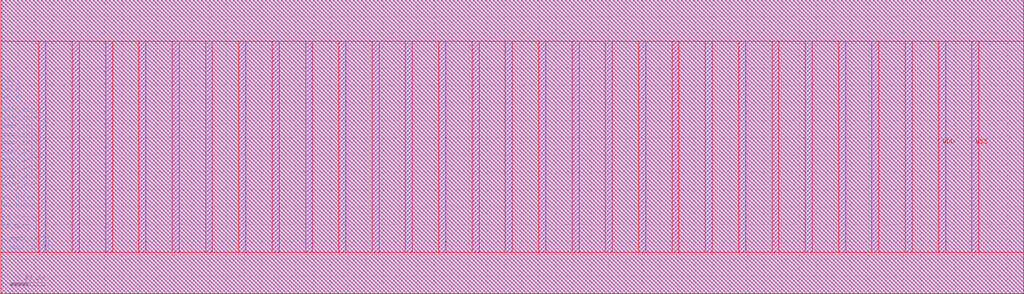
<source format=lef>
VERSION 5.7 ;
BUSBITCHARS "[]" ;
MACRO fakeram130_2x576
  FOREIGN fakeram130_2x576 0 0 ;
  SYMMETRY X Y R90 ;
  SIZE 589.570 BY 169.400 ;
  CLASS BLOCK ;
  PIN w_mask_in[0]
    DIRECTION INPUT ;
    USE SIGNAL ;
    SHAPE ABUTMENT ;
    PORT
      LAYER met3 ;
      RECT 0.000 23.500 1.000 24.500 ;
    END
  END w_mask_in[0]
  PIN w_mask_in[1]
    DIRECTION INPUT ;
    USE SIGNAL ;
    SHAPE ABUTMENT ;
    PORT
      LAYER met3 ;
      RECT 0.000 28.300 1.000 29.300 ;
    END
  END w_mask_in[1]
  PIN rd_out[0]
    DIRECTION OUTPUT ;
    USE SIGNAL ;
    SHAPE ABUTMENT ;
    PORT
      LAYER met3 ;
      RECT 0.000 35.500 1.000 36.500 ;
    END
  END rd_out[0]
  PIN rd_out[1]
    DIRECTION OUTPUT ;
    USE SIGNAL ;
    SHAPE ABUTMENT ;
    PORT
      LAYER met3 ;
      RECT 0.000 40.300 1.000 41.300 ;
    END
  END rd_out[1]
  PIN wd_in[0]
    DIRECTION INPUT ;
    USE SIGNAL ;
    SHAPE ABUTMENT ;
    PORT
      LAYER met3 ;
      RECT 0.000 47.500 1.000 48.500 ;
    END
  END wd_in[0]
  PIN wd_in[1]
    DIRECTION INPUT ;
    USE SIGNAL ;
    SHAPE ABUTMENT ;
    PORT
      LAYER met3 ;
      RECT 0.000 52.300 1.000 53.300 ;
    END
  END wd_in[1]
  PIN addr_in[0]
    DIRECTION INPUT ;
    USE SIGNAL ;
    SHAPE ABUTMENT ;
    PORT
      LAYER met3 ;
      RECT 0.000 59.500 1.000 60.500 ;
    END
  END addr_in[0]
  PIN addr_in[1]
    DIRECTION INPUT ;
    USE SIGNAL ;
    SHAPE ABUTMENT ;
    PORT
      LAYER met3 ;
      RECT 0.000 64.300 1.000 65.300 ;
    END
  END addr_in[1]
  PIN addr_in[2]
    DIRECTION INPUT ;
    USE SIGNAL ;
    SHAPE ABUTMENT ;
    PORT
      LAYER met3 ;
      RECT 0.000 69.100 1.000 70.100 ;
    END
  END addr_in[2]
  PIN addr_in[3]
    DIRECTION INPUT ;
    USE SIGNAL ;
    SHAPE ABUTMENT ;
    PORT
      LAYER met3 ;
      RECT 0.000 73.900 1.000 74.900 ;
    END
  END addr_in[3]
  PIN addr_in[4]
    DIRECTION INPUT ;
    USE SIGNAL ;
    SHAPE ABUTMENT ;
    PORT
      LAYER met3 ;
      RECT 0.000 78.700 1.000 79.700 ;
    END
  END addr_in[4]
  PIN addr_in[5]
    DIRECTION INPUT ;
    USE SIGNAL ;
    SHAPE ABUTMENT ;
    PORT
      LAYER met3 ;
      RECT 0.000 83.500 1.000 84.500 ;
    END
  END addr_in[5]
  PIN addr_in[6]
    DIRECTION INPUT ;
    USE SIGNAL ;
    SHAPE ABUTMENT ;
    PORT
      LAYER met3 ;
      RECT 0.000 88.300 1.000 89.300 ;
    END
  END addr_in[6]
  PIN addr_in[7]
    DIRECTION INPUT ;
    USE SIGNAL ;
    SHAPE ABUTMENT ;
    PORT
      LAYER met3 ;
      RECT 0.000 93.100 1.000 94.100 ;
    END
  END addr_in[7]
  PIN addr_in[8]
    DIRECTION INPUT ;
    USE SIGNAL ;
    SHAPE ABUTMENT ;
    PORT
      LAYER met3 ;
      RECT 0.000 97.900 1.000 98.900 ;
    END
  END addr_in[8]
  PIN addr_in[9]
    DIRECTION INPUT ;
    USE SIGNAL ;
    SHAPE ABUTMENT ;
    PORT
      LAYER met3 ;
      RECT 0.000 102.700 1.000 103.700 ;
    END
  END addr_in[9]
  PIN we_in
    DIRECTION INPUT ;
    USE SIGNAL ;
    SHAPE ABUTMENT ;
    PORT
      LAYER met3 ;
      RECT 0.000 109.900 1.000 110.900 ;
    END
  END we_in
  PIN ce_in
    DIRECTION INPUT ;
    USE SIGNAL ;
    SHAPE ABUTMENT ;
    PORT
      LAYER met3 ;
      RECT 0.000 114.700 1.000 115.700 ;
    END
  END ce_in
  PIN clk
    DIRECTION INPUT ;
    USE SIGNAL ;
    SHAPE ABUTMENT ;
    PORT
      LAYER met3 ;
      RECT 0.000 119.500 1.000 120.500 ;
    END
  END clk
  PIN VSS
    DIRECTION INOUT ;
    USE GROUND ;
    PORT
      LAYER met4 ;
      RECT 22.000 24.000 26.000 145.400 ;
      RECT 60.400 24.000 64.400 145.400 ;
      RECT 98.800 24.000 102.800 145.400 ;
      RECT 137.200 24.000 141.200 145.400 ;
      RECT 175.600 24.000 179.600 145.400 ;
      RECT 214.000 24.000 218.000 145.400 ;
      RECT 252.400 24.000 256.400 145.400 ;
      RECT 290.800 24.000 294.800 145.400 ;
      RECT 329.200 24.000 333.200 145.400 ;
      RECT 367.600 24.000 371.600 145.400 ;
      RECT 406.000 24.000 410.000 145.400 ;
      RECT 444.400 24.000 448.400 145.400 ;
      RECT 482.800 24.000 486.800 145.400 ;
      RECT 521.200 24.000 525.200 145.400 ;
      RECT 559.600 24.000 563.600 145.400 ;
    END
  END VSS
  PIN VDD
    DIRECTION INOUT ;
    USE POWER ;
    PORT
      LAYER met4 ;
      RECT 41.200 24.000 45.200 145.400 ;
      RECT 79.600 24.000 83.600 145.400 ;
      RECT 118.000 24.000 122.000 145.400 ;
      RECT 156.400 24.000 160.400 145.400 ;
      RECT 194.800 24.000 198.800 145.400 ;
      RECT 233.200 24.000 237.200 145.400 ;
      RECT 271.600 24.000 275.600 145.400 ;
      RECT 310.000 24.000 314.000 145.400 ;
      RECT 348.400 24.000 352.400 145.400 ;
      RECT 386.800 24.000 390.800 145.400 ;
      RECT 425.200 24.000 429.200 145.400 ;
      RECT 463.600 24.000 467.600 145.400 ;
      RECT 502.000 24.000 506.000 145.400 ;
      RECT 540.400 24.000 544.400 145.400 ;
    END
  END VDD
  OBS
    LAYER met1 ;
    RECT 0 0 589.570 169.400 ;
    LAYER met2 ;
    RECT 0 0 589.570 169.400 ;
    LAYER met3 ;
    RECT 1.000 0 589.570 169.400 ;
    RECT 0 0.000 1.000 23.500 ;
    RECT 0 24.500 1.000 28.300 ;
    RECT 0 29.300 1.000 35.500 ;
    RECT 0 36.500 1.000 40.300 ;
    RECT 0 41.300 1.000 47.500 ;
    RECT 0 48.500 1.000 52.300 ;
    RECT 0 53.300 1.000 59.500 ;
    RECT 0 60.500 1.000 64.300 ;
    RECT 0 65.300 1.000 69.100 ;
    RECT 0 70.100 1.000 73.900 ;
    RECT 0 74.900 1.000 78.700 ;
    RECT 0 79.700 1.000 83.500 ;
    RECT 0 84.500 1.000 88.300 ;
    RECT 0 89.300 1.000 93.100 ;
    RECT 0 94.100 1.000 97.900 ;
    RECT 0 98.900 1.000 102.700 ;
    RECT 0 103.700 1.000 109.900 ;
    RECT 0 110.900 1.000 114.700 ;
    RECT 0 115.700 1.000 119.500 ;
    RECT 0 120.500 1.000 169.400 ;
    LAYER met4 ;
    RECT 0 0 589.570 24.000 ;
    RECT 0 145.400 589.570 169.400 ;
    RECT 0.000 24.000 22.000 145.400 ;
    RECT 26.000 24.000 41.200 145.400 ;
    RECT 45.200 24.000 60.400 145.400 ;
    RECT 64.400 24.000 79.600 145.400 ;
    RECT 83.600 24.000 98.800 145.400 ;
    RECT 102.800 24.000 118.000 145.400 ;
    RECT 122.000 24.000 137.200 145.400 ;
    RECT 141.200 24.000 156.400 145.400 ;
    RECT 160.400 24.000 175.600 145.400 ;
    RECT 179.600 24.000 194.800 145.400 ;
    RECT 198.800 24.000 214.000 145.400 ;
    RECT 218.000 24.000 233.200 145.400 ;
    RECT 237.200 24.000 252.400 145.400 ;
    RECT 256.400 24.000 271.600 145.400 ;
    RECT 275.600 24.000 290.800 145.400 ;
    RECT 294.800 24.000 310.000 145.400 ;
    RECT 314.000 24.000 329.200 145.400 ;
    RECT 333.200 24.000 348.400 145.400 ;
    RECT 352.400 24.000 367.600 145.400 ;
    RECT 371.600 24.000 386.800 145.400 ;
    RECT 390.800 24.000 406.000 145.400 ;
    RECT 410.000 24.000 425.200 145.400 ;
    RECT 429.200 24.000 444.400 145.400 ;
    RECT 448.400 24.000 463.600 145.400 ;
    RECT 467.600 24.000 482.800 145.400 ;
    RECT 486.800 24.000 502.000 145.400 ;
    RECT 506.000 24.000 521.200 145.400 ;
    RECT 525.200 24.000 540.400 145.400 ;
    RECT 544.400 24.000 559.600 145.400 ;
    RECT 563.600 24.000 589.570 145.400 ;
    LAYER OVERLAP ;
    RECT 0 0 589.570 169.400 ;
  END
END fakeram130_2x576

END LIBRARY

</source>
